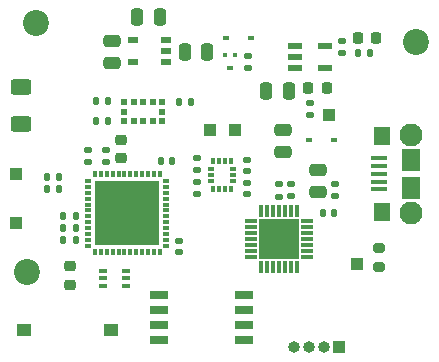
<source format=gbr>
%TF.GenerationSoftware,KiCad,Pcbnew,(6.0.0)*%
%TF.CreationDate,2022-04-21T21:51:44+01:00*%
%TF.ProjectId,Tracer,54726163-6572-42e6-9b69-6361645f7063,C*%
%TF.SameCoordinates,Original*%
%TF.FileFunction,Soldermask,Top*%
%TF.FilePolarity,Negative*%
%FSLAX46Y46*%
G04 Gerber Fmt 4.6, Leading zero omitted, Abs format (unit mm)*
G04 Created by KiCad (PCBNEW (6.0.0)) date 2022-04-21 21:51:44*
%MOMM*%
%LPD*%
G01*
G04 APERTURE LIST*
G04 Aperture macros list*
%AMRoundRect*
0 Rectangle with rounded corners*
0 $1 Rounding radius*
0 $2 $3 $4 $5 $6 $7 $8 $9 X,Y pos of 4 corners*
0 Add a 4 corners polygon primitive as box body*
4,1,4,$2,$3,$4,$5,$6,$7,$8,$9,$2,$3,0*
0 Add four circle primitives for the rounded corners*
1,1,$1+$1,$2,$3*
1,1,$1+$1,$4,$5*
1,1,$1+$1,$6,$7*
1,1,$1+$1,$8,$9*
0 Add four rect primitives between the rounded corners*
20,1,$1+$1,$2,$3,$4,$5,0*
20,1,$1+$1,$4,$5,$6,$7,0*
20,1,$1+$1,$6,$7,$8,$9,0*
20,1,$1+$1,$8,$9,$2,$3,0*%
G04 Aperture macros list end*
%ADD10RoundRect,0.140000X-0.140000X-0.170000X0.140000X-0.170000X0.140000X0.170000X-0.140000X0.170000X0*%
%ADD11RoundRect,0.135000X0.135000X0.185000X-0.135000X0.185000X-0.135000X-0.185000X0.135000X-0.185000X0*%
%ADD12RoundRect,0.140000X0.170000X-0.140000X0.170000X0.140000X-0.170000X0.140000X-0.170000X-0.140000X0*%
%ADD13RoundRect,0.250000X0.475000X-0.250000X0.475000X0.250000X-0.475000X0.250000X-0.475000X-0.250000X0*%
%ADD14RoundRect,0.250000X0.250000X0.475000X-0.250000X0.475000X-0.250000X-0.475000X0.250000X-0.475000X0*%
%ADD15R,0.600000X0.450000*%
%ADD16R,0.400000X0.450000*%
%ADD17R,0.500000X0.450000*%
%ADD18RoundRect,0.135000X-0.135000X-0.185000X0.135000X-0.185000X0.135000X0.185000X-0.135000X0.185000X0*%
%ADD19C,2.200000*%
%ADD20RoundRect,0.250000X-0.250000X-0.475000X0.250000X-0.475000X0.250000X0.475000X-0.250000X0.475000X0*%
%ADD21RoundRect,0.225000X0.250000X-0.225000X0.250000X0.225000X-0.250000X0.225000X-0.250000X-0.225000X0*%
%ADD22R,0.500000X0.500000*%
%ADD23RoundRect,0.135000X-0.185000X0.135000X-0.185000X-0.135000X0.185000X-0.135000X0.185000X0.135000X0*%
%ADD24R,0.350000X0.575000*%
%ADD25R,0.575000X0.350000*%
%ADD26R,1.350000X0.400000*%
%ADD27C,1.950000*%
%ADD28R,1.400000X1.600000*%
%ADD29R,1.600000X1.900000*%
%ADD30R,1.200000X0.600000*%
%ADD31R,1.000000X1.000000*%
%ADD32RoundRect,0.140000X0.140000X0.170000X-0.140000X0.170000X-0.140000X-0.170000X0.140000X-0.170000X0*%
%ADD33RoundRect,0.218750X-0.218750X-0.256250X0.218750X-0.256250X0.218750X0.256250X-0.218750X0.256250X0*%
%ADD34O,1.000000X1.000000*%
%ADD35RoundRect,0.135000X0.185000X-0.135000X0.185000X0.135000X-0.185000X0.135000X-0.185000X-0.135000X0*%
%ADD36RoundRect,0.140000X-0.170000X0.140000X-0.170000X-0.140000X0.170000X-0.140000X0.170000X0.140000X0*%
%ADD37R,1.200000X1.000000*%
%ADD38R,1.000000X0.300000*%
%ADD39R,0.300000X1.000000*%
%ADD40R,3.350000X3.350000*%
%ADD41RoundRect,0.250000X-0.625000X0.400000X-0.625000X-0.400000X0.625000X-0.400000X0.625000X0.400000X0*%
%ADD42R,0.650000X0.400000*%
%ADD43R,0.550000X0.350000*%
%ADD44R,0.350000X0.550000*%
%ADD45R,5.500000X5.500000*%
%ADD46RoundRect,0.225000X-0.250000X0.225000X-0.250000X-0.225000X0.250000X-0.225000X0.250000X0.225000X0*%
%ADD47RoundRect,0.200000X-0.275000X0.200000X-0.275000X-0.200000X0.275000X-0.200000X0.275000X0.200000X0*%
%ADD48R,0.900000X0.600000*%
%ADD49R,1.650000X0.650000*%
G04 APERTURE END LIST*
D10*
%TO.C,C15*%
X142320000Y-95100000D03*
X143280000Y-95100000D03*
%TD*%
D11*
%TO.C,R10*%
X135110000Y-99750000D03*
X134090000Y-99750000D03*
%TD*%
D12*
%TO.C,C1*%
X149600000Y-97900000D03*
X149600000Y-96940000D03*
%TD*%
D13*
%TO.C,C16*%
X138195000Y-86850000D03*
X138195000Y-84950000D03*
%TD*%
D14*
%TO.C,C5*%
X153155000Y-89200000D03*
X151255000Y-89200000D03*
%TD*%
D15*
%TO.C,D1*%
X154900000Y-93300000D03*
X157000000Y-93300000D03*
%TD*%
D16*
%TO.C,Q2*%
X148600000Y-86125000D03*
X147800000Y-86125000D03*
D17*
X148200000Y-87275000D03*
%TD*%
D18*
%TO.C,R7*%
X134090000Y-100750000D03*
X135110000Y-100750000D03*
%TD*%
D13*
%TO.C,C3*%
X152650000Y-94350000D03*
X152650000Y-92450000D03*
%TD*%
D19*
%TO.C,H3*%
X131000000Y-104500000D03*
%TD*%
D20*
%TO.C,C6*%
X140345000Y-82900000D03*
X142245000Y-82900000D03*
%TD*%
D21*
%TO.C,C14*%
X139000000Y-94875000D03*
X139000000Y-93325000D03*
%TD*%
D22*
%TO.C,IC4*%
X139250000Y-90131885D03*
X140050000Y-90131885D03*
X140850000Y-90131885D03*
X141650000Y-90131885D03*
X142450000Y-90131885D03*
X142450000Y-90931885D03*
X142450000Y-91731885D03*
X141650000Y-91731885D03*
X140850000Y-91731885D03*
X140050000Y-91731885D03*
X139250000Y-91731885D03*
X139250000Y-90931885D03*
%TD*%
D23*
%TO.C,R12*%
X153350000Y-97090000D03*
X153350000Y-98110000D03*
%TD*%
D24*
%TO.C,IC1*%
X146750000Y-97463000D03*
X147250000Y-97463000D03*
X147750000Y-97463000D03*
X148250000Y-97463000D03*
D25*
X148412000Y-96800000D03*
X148412000Y-96300000D03*
X148412000Y-95800000D03*
D24*
X148250000Y-95137000D03*
X147750000Y-95137000D03*
X147250000Y-95137000D03*
X146750000Y-95137000D03*
D25*
X146588000Y-95800000D03*
X146588000Y-96300000D03*
X146588000Y-96800000D03*
%TD*%
D26*
%TO.C,J1*%
X160800000Y-97500000D03*
X160800000Y-96850000D03*
X160800000Y-96200000D03*
X160800000Y-95550000D03*
X160800000Y-94900000D03*
D27*
X163475000Y-99500000D03*
X163475000Y-92900000D03*
D28*
X161025000Y-99400000D03*
D29*
X163475000Y-97400000D03*
X163475000Y-95000000D03*
D28*
X161025000Y-93000000D03*
%TD*%
D30*
%TO.C,IC5*%
X153705000Y-85350000D03*
X153705000Y-86300000D03*
X153705000Y-87250000D03*
X156205000Y-87250000D03*
X156205000Y-85350000D03*
%TD*%
D18*
%TO.C,R16*%
X143840000Y-90150000D03*
X144860000Y-90150000D03*
%TD*%
D11*
%TO.C,R2*%
X160010000Y-86000000D03*
X158990000Y-86000000D03*
%TD*%
D12*
%TO.C,C10*%
X137700000Y-95180000D03*
X137700000Y-94220000D03*
%TD*%
D31*
%TO.C,TP3*%
X146500000Y-92500000D03*
%TD*%
D13*
%TO.C,C18*%
X155600000Y-97750000D03*
X155600000Y-95850000D03*
%TD*%
D12*
%TO.C,C13*%
X136200000Y-95180000D03*
X136200000Y-94220000D03*
%TD*%
D32*
%TO.C,C20*%
X137830000Y-91750000D03*
X136870000Y-91750000D03*
%TD*%
D33*
%TO.C,D2*%
X159012500Y-84700000D03*
X160587500Y-84700000D03*
%TD*%
D31*
%TO.C,J2*%
X157400000Y-110900000D03*
D34*
X156130000Y-110900000D03*
X154860000Y-110900000D03*
X153590000Y-110900000D03*
%TD*%
D23*
%TO.C,R4*%
X145400000Y-94890000D03*
X145400000Y-95910000D03*
%TD*%
D35*
%TO.C,R6*%
X157700000Y-86000000D03*
X157700000Y-84980000D03*
%TD*%
D31*
%TO.C,TP11*%
X130100000Y-96200000D03*
%TD*%
%TO.C,TP6*%
X130100000Y-100400000D03*
%TD*%
D19*
%TO.C,H2*%
X163900000Y-85000000D03*
%TD*%
D35*
%TO.C,R3*%
X155000000Y-91210000D03*
X155000000Y-90190000D03*
%TD*%
D36*
%TO.C,C2*%
X149600000Y-95020000D03*
X149600000Y-95980000D03*
%TD*%
D37*
%TO.C,S1*%
X138150000Y-109400000D03*
X130750000Y-109400000D03*
%TD*%
D33*
%TO.C,D4*%
X154812500Y-88900000D03*
X156387500Y-88900000D03*
%TD*%
D15*
%TO.C,D3*%
X147850000Y-84700000D03*
X149950000Y-84700000D03*
%TD*%
D35*
%TO.C,R1*%
X149700000Y-87210000D03*
X149700000Y-86190000D03*
%TD*%
D32*
%TO.C,C19*%
X137830000Y-90050000D03*
X136870000Y-90050000D03*
%TD*%
D38*
%TO.C,IC8*%
X154700000Y-103200000D03*
X154700000Y-102700000D03*
X154700000Y-102200000D03*
X154700000Y-101700000D03*
X154700000Y-101200000D03*
X154700000Y-100700000D03*
X154700000Y-100200000D03*
D39*
X153850000Y-99350000D03*
X153350000Y-99350000D03*
X152850000Y-99350000D03*
X152350000Y-99350000D03*
X151850000Y-99350000D03*
X151350000Y-99350000D03*
X150850000Y-99350000D03*
D38*
X150000000Y-100200000D03*
X150000000Y-100700000D03*
X150000000Y-101200000D03*
X150000000Y-101700000D03*
X150000000Y-102200000D03*
X150000000Y-102700000D03*
X150000000Y-103200000D03*
D39*
X150850000Y-104050000D03*
X151350000Y-104050000D03*
X151850000Y-104050000D03*
X152350000Y-104050000D03*
X152850000Y-104050000D03*
X153350000Y-104050000D03*
X153850000Y-104050000D03*
D40*
X152350000Y-101700000D03*
%TD*%
D32*
%TO.C,C12*%
X133680000Y-96500000D03*
X132720000Y-96500000D03*
%TD*%
D19*
%TO.C,H1*%
X131800000Y-83400000D03*
%TD*%
D41*
%TO.C,AE1*%
X130500000Y-88850000D03*
X130500000Y-91950000D03*
%TD*%
D11*
%TO.C,R9*%
X135110000Y-101800000D03*
X134090000Y-101800000D03*
%TD*%
D42*
%TO.C,Q1*%
X139350000Y-105700000D03*
X139350000Y-105050000D03*
X139350000Y-104400000D03*
X137450000Y-104400000D03*
X137450000Y-105050000D03*
X137450000Y-105700000D03*
%TD*%
D43*
%TO.C,IC3*%
X136200000Y-96800000D03*
X136200000Y-97300000D03*
X136200000Y-97800000D03*
X136200000Y-98300000D03*
X136200000Y-98800000D03*
X136200000Y-99300000D03*
X136200000Y-99800000D03*
X136200000Y-100300000D03*
X136200000Y-100800000D03*
X136200000Y-101300000D03*
X136200000Y-101800000D03*
X136200000Y-102300000D03*
D44*
X136750000Y-102850000D03*
X137250000Y-102850000D03*
X137750000Y-102850000D03*
X138250000Y-102850000D03*
X138750000Y-102850000D03*
X139250000Y-102850000D03*
X139750000Y-102850000D03*
X140250000Y-102850000D03*
X140750000Y-102850000D03*
X141250000Y-102850000D03*
X141750000Y-102850000D03*
X142250000Y-102850000D03*
D43*
X142800000Y-102300000D03*
X142800000Y-101800000D03*
X142800000Y-101300000D03*
X142800000Y-100800000D03*
X142800000Y-100300000D03*
X142800000Y-99800000D03*
X142800000Y-99300000D03*
X142800000Y-98800000D03*
X142800000Y-98300000D03*
X142800000Y-97800000D03*
X142800000Y-97300000D03*
X142800000Y-96800000D03*
D44*
X142250000Y-96250000D03*
X141750000Y-96250000D03*
X141250000Y-96250000D03*
X140750000Y-96250000D03*
X140250000Y-96250000D03*
X139750000Y-96250000D03*
X139250000Y-96250000D03*
X138750000Y-96250000D03*
X138250000Y-96250000D03*
X137750000Y-96250000D03*
X137250000Y-96250000D03*
X136750000Y-96250000D03*
D45*
X139494000Y-99537000D03*
%TD*%
D10*
%TO.C,C17*%
X156070000Y-99550000D03*
X157030000Y-99550000D03*
%TD*%
D31*
%TO.C,TP5*%
X158950000Y-103800000D03*
%TD*%
D46*
%TO.C,C7*%
X134600000Y-104025000D03*
X134600000Y-105575000D03*
%TD*%
D35*
%TO.C,R5*%
X145400000Y-97920000D03*
X145400000Y-96900000D03*
%TD*%
D12*
%TO.C,C8*%
X157100000Y-98060000D03*
X157100000Y-97100000D03*
%TD*%
D31*
%TO.C,TP4*%
X148600000Y-92500000D03*
%TD*%
D14*
%TO.C,C4*%
X146245000Y-85900000D03*
X144345000Y-85900000D03*
%TD*%
D47*
%TO.C,R8*%
X160800000Y-102475000D03*
X160800000Y-104125000D03*
%TD*%
D48*
%TO.C,IC6*%
X142795000Y-86750000D03*
X142795000Y-85800000D03*
X142795000Y-84850000D03*
X139995000Y-84850000D03*
X139995000Y-86750000D03*
%TD*%
D35*
%TO.C,R13*%
X152350000Y-98120000D03*
X152350000Y-97100000D03*
%TD*%
D49*
%TO.C,IC2*%
X142200000Y-106495000D03*
X142200000Y-107765000D03*
X142200000Y-109035000D03*
X142200000Y-110305000D03*
X149400000Y-110305000D03*
X149400000Y-109035000D03*
X149400000Y-107765000D03*
X149400000Y-106495000D03*
%TD*%
D31*
%TO.C,TP2*%
X156550000Y-91200000D03*
%TD*%
D36*
%TO.C,C11*%
X143900000Y-101870000D03*
X143900000Y-102830000D03*
%TD*%
D32*
%TO.C,C9*%
X133680000Y-97500000D03*
X132720000Y-97500000D03*
%TD*%
M02*

</source>
